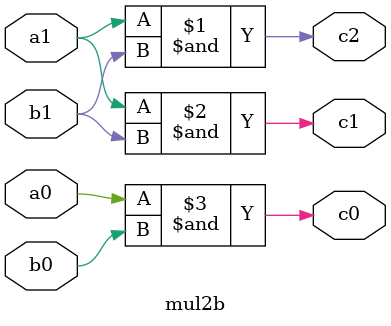
<source format=v>
module mul2b (
    input wire a1, a0, b1, b0,  
    output wire c2, c1, c0      
);

    assign c2 = a1 & b1;
    assign c1 = a1 & b1;  
    assign c0 = a0 & b0;

endmodule

</source>
